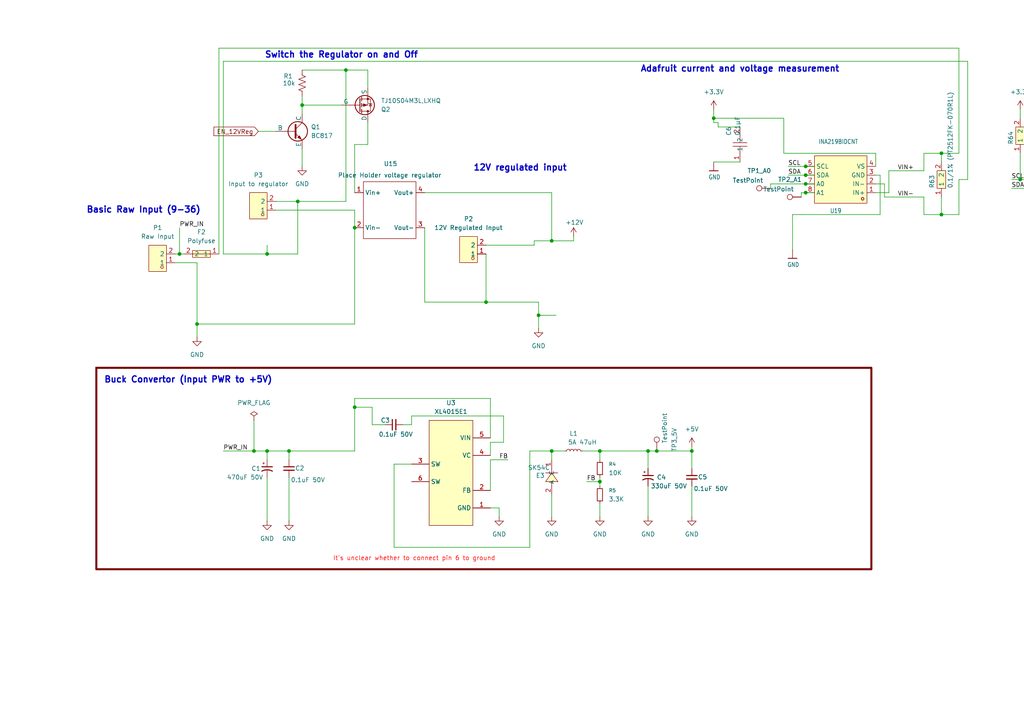
<source format=kicad_sch>
(kicad_sch (version 20250114) (generator "eeschema") (generator_version "9.0")
  (paper "A4")
  (lib_symbols
    (symbol "Adafruit_INA219_CurPowerMonitor-eagle-import:GND" (power)
      (symbol "GND_1_0"
        (polyline (pts (xy -1.27 0) (xy 1.27 0)) (stroke (width 0.254)))
        (pin power_in line (at 0 2.54 270) (length 2.54) (name "GND") (number "1"))
      )
    )
    (symbol "BC817:BC817_NPN_BJT" (pin_numbers (hide yes)) (pin_names (offset 0))
      (property "Reference" "Q" (at -2.54 7.62 0))
      (property "Value" "BC817_NPN_BJT" (at -2.54 5.08 0))
      (symbol "BC817_NPN_BJT_0_1"
        (polyline (pts (xy -2.54 0) (xy 0.635 0)) (stroke (width 0.1524)))
        (polyline (pts (xy 0.635 1.905) (xy 0.635 -1.905) (xy 0.635 -1.905)) (stroke (width 0.508)))
        (polyline (pts (xy 0.635 0.635) (xy 2.54 2.54)))
        (polyline (pts (xy 0.635 -0.635) (xy 2.54 -2.54) (xy 2.54 -2.54)))
        (circle (center 1.27 0) (radius 2.8194) (stroke (width 0.254)))
        (polyline (pts (xy 1.27 -1.778) (xy 1.778 -1.27) (xy 2.286 -2.286) (xy 1.27 -1.778) (xy 1.27 -1.778)) (fill (type outline)))
        (polyline (pts (xy 2.794 -1.27) (xy 2.794 -1.27)) (stroke (width 0.1524)))
        (polyline (pts (xy 2.794 -1.27) (xy 2.794 -1.27)) (stroke (width 0.1524)))
      )
      (symbol "BC817_NPN_BJT_1_1"
        (pin input line (at -5.08 0 0) (length 2.54) (name "B") (number "1"))
        (pin open_collector line (at 2.54 5.08 270) (length 2.54) (name "C") (number "3"))
        (pin open_emitter line (at 2.54 -5.08 90) (length 2.54) (name "E") (number "2"))
      )
    )
    (symbol "Connector:TestPoint" (pin_numbers (hide yes)) (pin_names (offset 0.762) (hide yes))
      (property "Reference" "TP" (at 0 6.858 0))
      (property "Value" "TestPoint" (at 0 5.08 0))
      (symbol "TestPoint_0_1"
        (circle (center 0 3.302) (radius 0.762))
      )
      (symbol "TestPoint_1_1"
        (pin passive line (at 0 0 90) (length 2.54) (name "1") (number "1"))
      )
    )
    (symbol "Device:C_Polarized_Small_US" (pin_numbers (hide yes)) (pin_names (offset 0.254) (hide yes))
      (property "Reference" "C" (at 0.254 1.778 0))
      (property "Value" "C_Polarized_Small_US" (at 0.254 -2.032 0))
      (symbol "C_Polarized_Small_US_0_1"
        (polyline (pts (xy -1.524 0.508) (xy 1.524 0.508)) (stroke (width 0.3048)))
        (polyline (pts (xy -1.27 1.524) (xy -0.762 1.524)))
        (polyline (pts (xy -1.016 1.27) (xy -1.016 1.778)))
        (arc (start -1.524 -0.762) (mid 0 -0.3734) (end 1.524 -0.762) (stroke (width 0.3048)))
      )
      (symbol "C_Polarized_Small_US_1_1"
        (pin passive line (at 0 2.54 270) (length 2.032) (name "~") (number "1"))
        (pin passive line (at 0 -2.54 90) (length 2.032) (name "~") (number "2"))
      )
    )
    (symbol "Device:C_Small" (pin_numbers (hide yes)) (pin_names (offset 0.254) (hide yes))
      (property "Reference" "C" (at 0.254 1.778 0))
      (property "Value" "C_Small" (at 0.254 -2.032 0))
      (symbol "C_Small_0_1"
        (polyline (pts (xy -1.524 0.508) (xy 1.524 0.508)) (stroke (width 0.3048)))
        (polyline (pts (xy -1.524 -0.508) (xy 1.524 -0.508)) (stroke (width 0.3302)))
      )
      (symbol "C_Small_1_1"
        (pin passive line (at 0 2.54 270) (length 2.032) (name "~") (number "1"))
        (pin passive line (at 0 -2.54 90) (length 2.032) (name "~") (number "2"))
      )
    )
    (symbol "Device:L_Small" (pin_numbers (hide yes)) (pin_names (offset 0.254) (hide yes))
      (property "Reference" "L" (at 0.762 1.016 0))
      (property "Value" "L_Small" (at 0.762 -1.016 0))
      (symbol "L_Small_0_1"
        (arc (start 0 2.032) (mid 0.5058 1.524) (end 0 1.016))
        (arc (start 0 1.016) (mid 0.5058 0.508) (end 0 0))
        (arc (start 0 0) (mid 0.5058 -0.508) (end 0 -1.016))
        (arc (start 0 -1.016) (mid 0.5058 -1.524) (end 0 -2.032))
      )
      (symbol "L_Small_1_1"
        (pin passive line (at 0 2.54 270) (length 0.508) (name "~") (number "1"))
        (pin passive line (at 0 -2.54 90) (length 0.508) (name "~") (number "2"))
      )
    )
    (symbol "Device:R_Small" (pin_numbers (hide yes)) (pin_names (offset 0.254) (hide yes))
      (property "Reference" "R" (at 0 0 90))
      (property "Value" "R_Small" (at 1.778 0 90))
      (symbol "R_Small_0_1"
        (rectangle (start -0.762 1.778) (end 0.762 -1.778) (stroke (width 0.2032)))
      )
      (symbol "R_Small_1_1"
        (pin passive line (at 0 2.54 270) (length 0.762) (name "~") (number "1"))
        (pin passive line (at 0 -2.54 90) (length 0.762) (name "~") (number "2"))
      )
    )
    (symbol "Device:R_US" (pin_numbers (hide yes)) (pin_names (offset 0))
      (property "Reference" "R" (at 2.54 0 90))
      (property "Value" "R_US" (at -2.54 0 90))
      (symbol "R_US_0_1"
        (polyline (pts (xy 0 2.286) (xy 0 2.54)))
        (polyline (pts (xy 0 2.286) (xy 1.016 1.905) (xy 0 1.524) (xy -1.016 1.143) (xy 0 0.762)))
        (polyline (pts (xy 0 0.762) (xy 1.016 0.381) (xy 0 0) (xy -1.016 -0.381) (xy 0 -0.762)))
        (polyline (pts (xy 0 -0.762) (xy 1.016 -1.143) (xy 0 -1.524) (xy -1.016 -1.905) (xy 0 -2.286)))
        (polyline (pts (xy 0 -2.286) (xy 0 -2.54)))
      )
      (symbol "R_US_1_1"
        (pin passive line (at 0 3.81 270) (length 1.27) (name "~") (number "1"))
        (pin passive line (at 0 -3.81 90) (length 1.27) (name "~") (number "2"))
      )
    )
    (symbol "New_Library:Buck-Boost"
      (property "Reference" "U" (at 0 0 0))
      (symbol "Buck-Boost_1_1"
        (rectangle (start -7.62 8.255) (end 7.62 -8.255))
        (pin input line (at -10.16 5.08 0) (length 2.54) (name "Vin+") (number "1"))
        (pin input line (at -10.16 -5.08 0) (length 2.54) (name "Vin-") (number "2"))
        (pin output line (at 10.16 5.08 180) (length 2.54) (name "Vout+") (number "4"))
        (pin output line (at 10.16 -5.08 180) (length 2.54) (name "Vout-") (number "3"))
      )
    )
    (symbol "Simulation_SPICE:PMOS" (pin_numbers (hide yes)) (pin_names (offset 0))
      (property "Reference" "Q" (at 5.08 1.27 0))
      (property "Value" "PMOS" (at 5.08 -1.27 0))
      (symbol "PMOS_0_1"
        (polyline (pts (xy 0.254 1.905) (xy 0.254 -1.905)) (stroke (width 0.254)))
        (polyline (pts (xy 0.254 0) (xy -2.54 0)))
        (polyline (pts (xy 0.762 2.286) (xy 0.762 1.27)) (stroke (width 0.254)))
        (polyline (pts (xy 0.762 1.778) (xy 3.302 1.778) (xy 3.302 -1.778) (xy 0.762 -1.778)))
        (polyline (pts (xy 0.762 0.508) (xy 0.762 -0.508)) (stroke (width 0.254)))
        (polyline (pts (xy 0.762 -1.27) (xy 0.762 -2.286)) (stroke (width 0.254)))
        (circle (center 1.651 0) (radius 2.794) (stroke (width 0.254)))
        (polyline (pts (xy 2.286 0) (xy 1.27 0.381) (xy 1.27 -0.381) (xy 2.286 0)) (fill (type outline)))
        (polyline (pts (xy 2.54 2.54) (xy 2.54 1.778)))
        (circle (center 2.54 1.778) (radius 0.254) (fill (type outline)))
        (circle (center 2.54 -1.778) (radius 0.254) (fill (type outline)))
        (polyline (pts (xy 2.54 -2.54) (xy 2.54 0) (xy 0.762 0)))
        (polyline (pts (xy 2.794 -0.508) (xy 2.921 -0.381) (xy 3.683 -0.381) (xy 3.81 -0.254)))
        (polyline (pts (xy 3.302 -0.381) (xy 2.921 0.254) (xy 3.683 0.254) (xy 3.302 -0.381)))
      )
      (symbol "PMOS_1_1"
        (pin input line (at -5.08 0 0) (length 2.54) (name "G") (number "2"))
        (pin passive line (at 2.54 5.08 270) (length 2.54) (name "D") (number "1"))
        (pin passive line (at 2.54 -5.08 90) (length 2.54) (name "S") (number "3"))
      )
    )
    (symbol "easyeda2kicad:0805L010_60WR"
      (property "Reference" "U" (at 0 5.08 0))
      (property "Value" "0805L010/60WR" (at 0 -5.08 0))
      (symbol "0805L010_60WR_0_1"
        (rectangle (start -2.54 1.02) (end 2.54 -1.02) (fill (type background)))
        (polyline (pts (xy -2.54 0) (xy 2.54 0)))
        (pin unspecified line (at -5.08 0 0) (length 2.54) (name "1") (number "1"))
        (pin unspecified line (at 5.08 0 180) (length 2.54) (name "2") (number "2"))
      )
    )
    (symbol "easyeda2kicad:CC0603KRX7R9BB104"
      (property "Reference" "C" (at 0 5.08 0))
      (property "Value" "CC0603KRX7R9BB104" (at 0 -5.08 0))
      (symbol "CC0603KRX7R9BB104_0_1"
        (polyline (pts (xy -0.51 0) (xy -2.54 0)))
        (polyline (pts (xy -0.51 -2.03) (xy -0.51 2.03)))
        (polyline (pts (xy 0.51 2.03) (xy 0.51 -2.03)))
        (polyline (pts (xy 2.54 0) (xy 0.51 0)))
        (pin unspecified line (at -5.08 0 0) (length 2.54) (name "1") (number "1"))
        (pin unspecified line (at 5.08 0 180) (length 2.54) (name "2") (number "2"))
      )
    )
    (symbol "easyeda2kicad:DB142R-5.08-2P"
      (property "Reference" "CN" (at 0 6.35 0))
      (property "Value" "DB142R-5.08-2P" (at 0 -6.35 0))
      (symbol "DB142R-5.08-2P_0_1"
        (rectangle (start -2.54 3.81) (end 2.54 -3.81) (fill (type background)))
        (circle (center -1.27 2.54) (radius 0.38))
        (pin unspecified line (at -5.08 1.27 0) (length 2.54) (name "1") (number "1"))
        (pin unspecified line (at -5.08 -1.27 0) (length 2.54) (name "2") (number "2"))
      )
    )
    (symbol "easyeda2kicad:FRC0603J103TS"
      (property "Reference" "R" (at 0 5.08 0))
      (property "Value" "FRC0603J103TS" (at 0 -5.08 0))
      (symbol "FRC0603J103TS_0_1"
        (rectangle (start -2.54 1.27) (end 2.54 -1.27) (fill (type background)))
        (pin unspecified line (at -5.08 0 0) (length 2.54) (name "1") (number "1"))
        (pin unspecified line (at 5.08 0 180) (length 2.54) (name "2") (number "2"))
      )
    )
    (symbol "easyeda2kicad:INA219AIDCNR"
      (property "Reference" "U" (at 0 8.89 0))
      (property "Value" "INA219AIDCNR" (at 0 -8.89 0))
      (symbol "INA219AIDCNR_0_1"
        (rectangle (start -7.62 6.86) (end 7.62 -6.86) (fill (type background)))
        (circle (center -6.35 5.59) (radius 0.38))
        (circle (center -6.35 5.59) (radius 0.38))
        (pin unspecified line (at -10.16 3.81 0) (length 2.54) (name "IN+") (number "1"))
        (pin unspecified line (at -10.16 1.27 0) (length 2.54) (name "IN-") (number "2"))
        (pin unspecified line (at -10.16 -1.27 0) (length 2.54) (name "GND") (number "3"))
        (pin unspecified line (at -10.16 -3.81 0) (length 2.54) (name "VS") (number "4"))
        (pin unspecified line (at 10.16 3.81 180) (length 2.54) (name "A1") (number "8"))
        (pin unspecified line (at 10.16 1.27 180) (length 2.54) (name "A0") (number "7"))
        (pin unspecified line (at 10.16 -1.27 180) (length 2.54) (name "SDA") (number "6"))
        (pin unspecified line (at 10.16 -3.81 180) (length 2.54) (name "SCL") (number "5"))
      )
    )
    (symbol "easyeda2kicad:PCSR2512BR100M6"
      (property "Reference" "R" (at 0 5.08 0))
      (property "Value" "PCSR2512BR100M6" (at 0 -5.08 0))
      (symbol "PCSR2512BR100M6_0_1"
        (rectangle (start -2.54 1.27) (end 2.54 -1.27) (fill (type background)))
        (pin unspecified line (at -5.08 0 0) (length 2.54) (name "1") (number "1"))
        (pin unspecified line (at 5.08 0 180) (length 2.54) (name "2") (number "2"))
      )
    )
    (symbol "easyeda2kicad:SK54C_C5449119"
      (property "Reference" "U" (at 0 5.08 0))
      (property "Value" "SK54C_C5449119" (at 0 -5.08 0))
      (symbol "SK54C_C5449119_0_1"
        (polyline (pts (xy -1.27 1.78) (xy -1.27 -1.78)))
        (polyline (pts (xy -1.27 0) (xy -2.54 0)))
        (polyline (pts (xy 1.27 1.78) (xy -1.27 0) (xy 1.27 -1.78) (xy 1.27 1.78)) (fill (type background)))
        (polyline (pts (xy 2.54 0) (xy 1.27 0)))
        (pin unspecified line (at -5.08 0 0) (length 2.54) (name "C") (number "1"))
        (pin unspecified line (at 5.08 0 180) (length 2.54) (name "A") (number "2"))
      )
    )
    (symbol "easyeda2kicad:XL4015E1"
      (property "Reference" "U" (at 0 15.24 0))
      (property "Value" "XL4015E1" (at 0 -15.24 0))
      (symbol "XL4015E1_0_1"
        (rectangle (start -6.35 15.24) (end 6.35 -15.24) (fill (type background)))
        (pin unspecified line (at -11.43 2.54 0) (length 5.08) (name "SW") (number "3"))
        (pin unspecified line (at -11.43 -2.54 0) (length 5.08) (name "SW") (number "6"))
        (pin unspecified line (at 11.43 10.16 180) (length 5.08) (name "VIN") (number "5"))
        (pin unspecified line (at 11.43 5.08 180) (length 5.08) (name "VC") (number "4"))
        (pin unspecified line (at 11.43 -5.08 180) (length 5.08) (name "FB") (number "2"))
        (pin unspecified line (at 11.43 -10.16 180) (length 5.08) (name "GND") (number "1"))
      )
    )
    (symbol "power:+12V" (power) (pin_numbers (hide yes)) (pin_names (offset 0) (hide yes))
      (property "Value" "+12V" (at 0 3.556 0))
      (symbol "+12V_0_1"
        (polyline (pts (xy -0.762 1.27) (xy 0 2.54)))
        (polyline (pts (xy 0 2.54) (xy 0.762 1.27)))
        (polyline (pts (xy 0 0) (xy 0 2.54)))
      )
      (symbol "+12V_1_1"
        (pin power_in line (at 0 0 90) (length 0) (name "~") (number "1"))
      )
    )
    (symbol "power:+3.3V" (power) (pin_numbers (hide yes)) (pin_names (offset 0) (hide yes))
      (property "Value" "+3.3V" (at 0 3.556 0))
      (symbol "+3.3V_0_1"
        (polyline (pts (xy -0.762 1.27) (xy 0 2.54)))
        (polyline (pts (xy 0 2.54) (xy 0.762 1.27)))
        (polyline (pts (xy 0 0) (xy 0 2.54)))
      )
      (symbol "+3.3V_1_1"
        (pin power_in line (at 0 0 90) (length 0) (name "~") (number "1"))
      )
    )
    (symbol "power:+5V" (power) (pin_numbers (hide yes)) (pin_names (offset 0) (hide yes))
      (property "Value" "+5V" (at 0 3.556 0))
      (symbol "+5V_0_1"
        (polyline (pts (xy -0.762 1.27) (xy 0 2.54)))
        (polyline (pts (xy 0 2.54) (xy 0.762 1.27)))
        (polyline (pts (xy 0 0) (xy 0 2.54)))
      )
      (symbol "+5V_1_1"
        (pin power_in line (at 0 0 90) (length 0) (name "~") (number "1"))
      )
    )
    (symbol "power:GND" (power) (pin_numbers (hide yes)) (pin_names (offset 0) (hide yes))
      (property "Value" "GND" (at 0 -3.81 0))
      (symbol "GND_0_1"
        (polyline (pts (xy 0 0) (xy 0 -1.27) (xy 1.27 -1.27) (xy 0 -2.54) (xy -1.27 -1.27) (xy 0 -1.27)))
      )
      (symbol "GND_1_1"
        (pin power_in line (at 0 0 270) (length 0) (name "~") (number "1"))
      )
    )
    (symbol "power:PWR_FLAG" (power) (pin_numbers (hide yes)) (pin_names (offset 0) (hide yes))
      (property "Value" "PWR_FLAG" (at 0 3.81 0))
      (symbol "PWR_FLAG_0_0"
        (pin power_out line (at 0 0 90) (length 0) (name "~") (number "1"))
      )
      (symbol "PWR_FLAG_0_1"
        (polyline (pts (xy 0 0) (xy 0 1.27) (xy -1.016 1.905) (xy 0 2.54) (xy 1.016 1.905) (xy 0 1.27)))
      )
    )
  )
  (rectangle (start 27.94 106.68) (end 252.73 165.1) (stroke (width 0.5842) (color 110 0 0 1)))
  (text "Adafruit current and voltage measurement\n" (at 214.63 20.066 0) (effects (font (size 1.778 1.778) (thickness 0.3556) (bold yes))))
  (text "Buck Convertor (Input PWR to +5V)" (at 54.61 110.236 0) (effects (font (size 1.778 1.778) (thickness 0.3556) (bold yes))))
  (text "It's unclear whether to connect pin 6 to ground\n" (at 120.142 162.052 0) (effects (font (size 1.27 1.27))))
  (text "Joel suggested CHange 10k to 4.7kohm\nBUT, that was before i realized the voltage should be 3.3v NOT 5v\nso i am leaving it at 10k\n" (at 343.154 44.196 0) (effects (font (size 1.27 1.27))))
  (text "12V regulated input\n" (at 150.876 48.768 0) (effects (font (size 1.778 1.778) (thickness 0.3556) (bold yes))))
  (text "Switch the Regulator on and Off\n" (at 99.06 16.002 0) (effects (font (size 1.778 1.778) (thickness 0.3556) (bold yes))))
  (text "Basic Raw Input (9-36)" (at 41.656 60.96 0) (effects (font (size 1.778 1.778) (thickness 0.3556) (bold yes))))
  (junction (at 160.02 130.81))
  (junction (at 73.66 130.81))
  (junction (at 100.33 20.32))
  (junction (at 187.96 130.81))
  (junction (at 273.05 62.23))
  (junction (at 303.53 54.61))
  (junction (at 233.68 48.26))
  (junction (at 173.99 139.7))
  (junction (at 156.21 91.44))
  (junction (at 173.99 130.81))
  (junction (at 200.66 130.81))
  (junction (at 77.47 130.81))
  (junction (at 102.87 66.04))
  (junction (at 77.47 73.66))
  (junction (at 160.02 69.85))
  (junction (at 295.91 52.07))
  (junction (at 273.05 44.45))
  (junction (at 190.5 130.81))
  (junction (at 52.07 73.66))
  (junction (at 140.97 87.63))
  (junction (at 102.87 118.11))
  (junction (at 233.68 53.34))
  (junction (at 87.63 30.48))
  (junction (at 207.01 34.29))
  (junction (at 233.68 50.8))
  (junction (at 86.36 58.42))
  (junction (at 83.82 130.81))
  (junction (at 233.68 55.88))
  (junction (at 57.15 93.98))
  (wire (pts (xy 102.87 115.57) (xy 102.87 118.11)))
  (wire (pts (xy 123.19 87.63) (xy 140.97 87.63)))
  (wire (pts (xy 50.8 73.66) (xy 52.07 73.66)))
  (wire (pts (xy 64.77 130.81) (xy 73.66 130.81)))
  (wire (pts (xy 255.27 50.8) (xy 255.27 62.23)))
  (wire (pts (xy 142.24 142.24) (xy 142.24 133.35)))
  (wire (pts (xy 207.01 31.75) (xy 207.01 34.29)) (stroke (width 0.1524)))
  (wire (pts (xy 106.68 20.32) (xy 106.68 25.4)))
  (wire (pts (xy 160.02 69.85) (xy 154.94 69.85)))
  (wire (pts (xy 142.24 132.08) (xy 142.24 128.27)))
  (wire (pts (xy 254 50.8) (xy 255.27 50.8)))
  (wire (pts (xy 111.76 123.19) (xy 107.95 123.19)))
  (wire (pts (xy 123.19 55.88) (xy 160.02 55.88)))
  (wire (pts (xy 267.97 49.53) (xy 267.97 44.45)) (stroke (width 0.1524)))
  (wire (pts (xy 102.87 66.04) (xy 102.87 93.98)))
  (wire (pts (xy 232.41 57.15) (xy 232.41 55.88)) (stroke (width 0.1524)))
  (wire (pts (xy 200.66 135.89) (xy 200.66 130.81)))
  (wire (pts (xy 80.01 58.42) (xy 86.36 58.42)))
  (wire (pts (xy 74.93 38.1) (xy 80.01 38.1)))
  (wire (pts (xy 303.53 54.61) (xy 293.37 54.61)) (stroke (width 0.1524)))
  (wire (pts (xy 187.96 140.97) (xy 187.96 149.86)))
  (wire (pts (xy 207.01 34.29) (xy 207.01 35.56)) (stroke (width 0.1524)))
  (wire (pts (xy 232.41 44.45) (xy 227.33 44.45)) (stroke (width 0.1524)))
  (wire (pts (xy 106.68 41.91) (xy 106.68 35.56)))
  (wire (pts (xy 52.07 66.04) (xy 52.07 73.66)))
  (wire (pts (xy 254 55.88) (xy 257.81 55.88)) (stroke (width 0.1524)))
  (wire (pts (xy 278.13 13.97) (xy 63.5 13.97)) (stroke (width 0.1524)))
  (wire (pts (xy 318.77 52.07) (xy 295.91 52.07)) (stroke (width 0.1524)))
  (wire (pts (xy 102.87 118.11) (xy 102.87 130.81)))
  (wire (pts (xy 87.63 30.48) (xy 87.63 33.02)))
  (wire (pts (xy 154.94 69.85) (xy 154.94 71.12)))
  (wire (pts (xy 123.19 66.04) (xy 123.19 87.63)))
  (wire (pts (xy 273.05 44.45) (xy 273.05 46.99)) (stroke (width 0.1524)))
  (wire (pts (xy 173.99 139.7) (xy 173.99 140.97)))
  (wire (pts (xy 267.97 44.45) (xy 273.05 44.45)) (stroke (width 0.1524)))
  (wire (pts (xy 100.33 20.32) (xy 106.68 20.32)))
  (wire (pts (xy 254 53.34) (xy 256.54 53.34)) (stroke (width 0.1524)))
  (wire (pts (xy 116.84 123.19) (xy 119.38 123.19)))
  (wire (pts (xy 73.66 121.92) (xy 73.66 130.81)))
  (wire (pts (xy 256.54 57.15) (xy 256.54 53.34)) (stroke (width 0.1524)))
  (wire (pts (xy 140.97 87.63) (xy 156.21 87.63)))
  (wire (pts (xy 87.63 20.32) (xy 100.33 20.32)))
  (wire (pts (xy 278.13 13.97) (xy 278.13 44.45)) (stroke (width 0.1524)))
  (wire (pts (xy 64.77 17.78) (xy 280.67 17.78)))
  (wire (pts (xy 273.05 62.23) (xy 278.13 62.23)) (stroke (width 0.1524)))
  (wire (pts (xy 173.99 138.43) (xy 173.99 139.7)))
  (wire (pts (xy 140.97 71.12) (xy 154.94 71.12)))
  (wire (pts (xy 200.66 140.97) (xy 200.66 149.86)))
  (wire (pts (xy 267.97 57.15) (xy 267.97 62.23)) (stroke (width 0.1524)))
  (wire (pts (xy 87.63 27.94) (xy 87.63 30.48)))
  (wire (pts (xy 256.54 57.15) (xy 267.97 57.15)) (stroke (width 0.1524)))
  (wire (pts (xy 119.38 120.65) (xy 119.38 123.19)))
  (wire (pts (xy 144.78 147.32) (xy 144.78 149.86)))
  (wire (pts (xy 236.22 48.26) (xy 233.68 48.26)) (stroke (width 0.1524)))
  (wire (pts (xy 77.47 130.81) (xy 83.82 130.81)))
  (wire (pts (xy 64.77 73.66) (xy 64.77 17.78)))
  (wire (pts (xy 254 48.26) (xy 254 44.45)))
  (wire (pts (xy 102.87 60.96) (xy 102.87 66.04)))
  (wire (pts (xy 142.24 147.32) (xy 144.78 147.32)))
  (wire (pts (xy 142.24 127) (xy 142.24 115.57)))
  (wire (pts (xy 236.22 50.8) (xy 233.68 50.8)) (stroke (width 0.1524)))
  (wire (pts (xy 303.53 44.45) (xy 303.53 54.61)) (stroke (width 0.1524)))
  (wire (pts (xy 156.21 91.44) (xy 161.29 91.44)))
  (wire (pts (xy 80.01 60.96) (xy 102.87 60.96)))
  (wire (pts (xy 86.36 73.66) (xy 86.36 58.42)))
  (wire (pts (xy 50.8 76.2) (xy 57.15 76.2)))
  (wire (pts (xy 73.66 130.81) (xy 77.47 130.81)))
  (wire (pts (xy 77.47 138.43) (xy 77.47 151.13)))
  (wire (pts (xy 114.3 134.62) (xy 114.3 158.75)))
  (wire (pts (xy 107.95 118.11) (xy 107.95 123.19)))
  (wire (pts (xy 257.81 49.53) (xy 267.97 49.53)) (stroke (width 0.1524)))
  (wire (pts (xy 166.37 69.85) (xy 160.02 69.85)))
  (wire (pts (xy 160.02 130.81) (xy 163.83 130.81)))
  (wire (pts (xy 173.99 130.81) (xy 173.99 133.35)))
  (wire (pts (xy 160.02 55.88) (xy 160.02 69.85)))
  (wire (pts (xy 173.99 149.86) (xy 173.99 146.05)))
  (wire (pts (xy 57.15 76.2) (xy 57.15 93.98)))
  (wire (pts (xy 160.02 130.81) (xy 160.02 133.35)))
  (wire (pts (xy 254 44.45) (xy 232.41 44.45)))
  (wire (pts (xy 227.33 34.29) (xy 207.01 34.29)) (stroke (width 0.1524)))
  (wire (pts (xy 295.91 31.75) (xy 295.91 34.29)) (stroke (width 0.1524)))
  (wire (pts (xy 278.13 62.23) (xy 278.13 52.07)) (stroke (width 0.1524)))
  (wire (pts (xy 153.67 130.81) (xy 160.02 130.81)))
  (wire (pts (xy 233.68 48.26) (xy 228.6 48.26)) (stroke (width 0.1524)))
  (wire (pts (xy 303.53 31.75) (xy 303.53 34.29)) (stroke (width 0.1524)))
  (wire (pts (xy 227.33 44.45) (xy 227.33 34.29)) (stroke (width 0.1524)))
  (wire (pts (xy 86.36 58.42) (xy 100.33 58.42)))
  (wire (pts (xy 318.77 54.61) (xy 303.53 54.61)) (stroke (width 0.1524)))
  (wire (pts (xy 232.41 55.88) (xy 233.68 55.88)) (stroke (width 0.1524)))
  (wire (pts (xy 156.21 87.63) (xy 156.21 91.44)))
  (wire (pts (xy 102.87 93.98) (xy 57.15 93.98)))
  (wire (pts (xy 87.63 43.18) (xy 87.63 48.26)))
  (wire (pts (xy 223.52 53.34) (xy 233.68 53.34)) (stroke (width 0.1524)))
  (wire (pts (xy 190.5 130.81) (xy 200.66 130.81)))
  (wire (pts (xy 119.38 134.62) (xy 114.3 134.62)))
  (wire (pts (xy 142.24 133.35) (xy 147.32 133.35)))
  (wire (pts (xy 57.15 93.98) (xy 57.15 97.79)))
  (wire (pts (xy 280.67 52.07) (xy 278.13 52.07)))
  (wire (pts (xy 257.81 49.53) (xy 257.81 55.88)) (stroke (width 0.1524)))
  (wire (pts (xy 77.47 71.12) (xy 77.47 73.66)))
  (wire (pts (xy 280.67 17.78) (xy 280.67 52.07)))
  (wire (pts (xy 295.91 44.45) (xy 295.91 52.07)) (stroke (width 0.1524)))
  (wire (pts (xy 233.68 55.88) (xy 236.22 55.88)) (stroke (width 0.1524)))
  (wire (pts (xy 214.63 46.99) (xy 207.01 46.99)))
  (wire (pts (xy 156.21 91.44) (xy 156.21 95.25)))
  (wire (pts (xy 200.66 129.54) (xy 200.66 130.81)))
  (wire (pts (xy 102.87 118.11) (xy 107.95 118.11)))
  (wire (pts (xy 114.3 158.75) (xy 153.67 158.75)))
  (wire (pts (xy 106.68 41.91) (xy 102.87 41.91)))
  (wire (pts (xy 273.05 62.23) (xy 273.05 57.15)) (stroke (width 0.1524)))
  (wire (pts (xy 63.5 13.97) (xy 63.5 73.66)) (stroke (width 0.1524)))
  (wire (pts (xy 100.33 20.32) (xy 100.33 58.42)))
  (wire (pts (xy 208.28 35.56) (xy 207.01 35.56)))
  (wire (pts (xy 83.82 130.81) (xy 102.87 130.81)))
  (wire (pts (xy 142.24 128.27) (xy 146.05 128.27)))
  (wire (pts (xy 295.91 52.07) (xy 293.37 52.07)) (stroke (width 0.1524)))
  (wire (pts (xy 83.82 138.43) (xy 83.82 151.13)))
  (wire (pts (xy 278.13 44.45) (xy 273.05 44.45)) (stroke (width 0.1524)))
  (wire (pts (xy 77.47 73.66) (xy 64.77 73.66)))
  (wire (pts (xy 214.63 36.83) (xy 208.28 36.83)))
  (wire (pts (xy 87.63 30.48) (xy 99.06 30.48)))
  (wire (pts (xy 153.67 158.75) (xy 153.67 130.81)))
  (wire (pts (xy 233.68 50.8) (xy 228.6 50.8)) (stroke (width 0.1524)))
  (wire (pts (xy 232.41 62.23) (xy 255.27 62.23)))
  (wire (pts (xy 146.05 120.65) (xy 119.38 120.65)))
  (wire (pts (xy 77.47 73.66) (xy 86.36 73.66)))
  (wire (pts (xy 160.02 143.51) (xy 160.02 149.86)))
  (wire (pts (xy 223.52 54.61) (xy 223.52 53.34)) (stroke (width 0.1524)))
  (wire (pts (xy 267.97 62.23) (xy 273.05 62.23)) (stroke (width 0.1524)))
  (wire (pts (xy 229.87 62.23) (xy 229.87 72.39)) (stroke (width 0.1524)))
  (wire (pts (xy 77.47 130.81) (xy 77.47 133.35)))
  (wire (pts (xy 232.41 62.23) (xy 229.87 62.23)) (stroke (width 0.1524)))
  (wire (pts (xy 102.87 41.91) (xy 102.87 55.88)))
  (wire (pts (xy 142.24 115.57) (xy 102.87 115.57)))
  (wire (pts (xy 170.18 139.7) (xy 173.99 139.7)))
  (wire (pts (xy 140.97 73.66) (xy 140.97 87.63)))
  (wire (pts (xy 166.37 68.58) (xy 166.37 69.85)))
  (wire (pts (xy 168.91 130.81) (xy 173.99 130.81)))
  (wire (pts (xy 187.96 135.89) (xy 187.96 130.81)))
  (wire (pts (xy 187.96 130.81) (xy 190.5 130.81)))
  (wire (pts (xy 173.99 130.81) (xy 187.96 130.81)))
  (wire (pts (xy 233.68 53.34) (xy 236.22 53.34)) (stroke (width 0.1524)))
  (wire (pts (xy 208.28 36.83) (xy 208.28 35.56)))
  (wire (pts (xy 52.07 73.66) (xy 53.34 73.66)))
  (wire (pts (xy 146.05 128.27) (xy 146.05 120.65)))
  (wire (pts (xy 83.82 130.81) (xy 83.82 133.35)))
  (label "FB" (at 170.18 139.7 0))
  (label "VIN+" (at 260.35 49.53 0) (effects (font (size 1.2446 1.2446))))
  (label "VIN-" (at 260.35 57.15 0) (effects (font (size 1.2446 1.2446))))
  (label "PWR_IN" (at 64.77 130.81 0))
  (label "SCL" (at 228.6 48.26 0) (effects (font (size 1.2446 1.2446))))
  (label "SDA" (at 293.37 54.61 0) (effects (font (size 1.2446 1.2446))))
  (label "SCL" (at 293.37 52.07 0) (effects (font (size 1.2446 1.2446))))
  (label "FB" (at 144.78 133.35 0))
  (label "SDA" (at 228.6 50.8 0) (effects (font (size 1.2446 1.2446))))
  (label "PWR_IN" (at 52.07 66.04 0))
  (global_label "SCL" (shape input) (at 318.77 52.07 0) (property "Intersheetrefs" "${INTERSHEET_REFS}" (effects (hide yes))))
  (global_label "SDA" (shape input) (at 318.77 54.61 0) (property "Intersheetrefs" "${INTERSHEET_REFS}" (effects (hide yes))))
  (global_label "EN_12VReg" (shape input) (at 74.93 38.1 180) (property "Intersheetrefs" "${INTERSHEET_REFS}" (effects (hide yes))))
  (symbol (lib_id "power:GND") (at 156.21 95.25 0) (unit 1)
    (property "Reference" "#PWR01" (effects (hide yes)))
    (property "Value" "GND" (at 156.21 100.33 0))
    (property "Description" "Power symbol creates a global label with name \"GND\" , ground" (effects (hide yes)))
  )
  (symbol (lib_id "BC817:BC817_NPN_BJT") (at 85.09 38.1 0) (unit 1)
    (property "Reference" "Q1" (at 90.17 36.8299 0) (effects (justify left)))
    (property "Value" "BC817" (at 90.17 39.3699 0) (effects (justify left)))
    (property "Footprint" "Package_TO_SOT_SMD:SOT-23" (effects (hide yes)))
    (property "Datasheet" "https://ngspice.sourceforge.io/docs/ngspice-html-manual/manual.xhtml#cha_BJTs" (effects (hide yes)))
    (property "Description" "Bipolar transistor symbol for simulation only, substrate tied to the emitter" (effects (hide yes)))
    (property "Sim.Device" "NPN" (effects (hide yes)))
    (property "Sim.Type" "GUMMELPOON" (effects (hide yes)))
    (property "Sim.Pins" "1=C 2=B 3=E" (effects (hide yes)))
    (property "LCSC Part no " "C39828" (effects (hide yes)))
  )
  (symbol (lib_id "easyeda2kicad:PCSR2512BR100M6") (at 273.05 52.07 90) (unit 1)
    (property "Reference" "R63" (at 271.018 54.61 0) (effects (justify left bottom)))
    (property "Value" "0.1/1% (PT2512FK-070R1L)" (at 276.352 54.61 0) (effects (justify left bottom)))
    (property "Footprint" "easyeda2kicad:R2512" (effects (hide yes)))
    (property "LCSC Part" "C23067426" (effects (hide yes)))
  )
  (symbol (lib_id "easyeda2kicad:DB142R-5.08-2P") (at 135.89 72.39 180) (unit 1)
    (property "Reference" "P2" (at 135.89 63.5 0))
    (property "Value" "12V Regulated Input" (at 135.89 66.04 0))
    (property "Footprint" "easyeda2kicad:CONN-TH_2P-P5.08_DIBO_DB142R-5.08-2P" (effects (hide yes)))
    (property "Datasheet" "https://lcsc.com/product-detail/Wire-To-Board-Wire-To-Wire-Connector_DIBO-DB301V-3-5-2P-GN_C695629.html" (effects (hide yes)))
    (property "LCSC Part" "C2898709" (effects (hide yes)))
  )
  (symbol (lib_id "easyeda2kicad:DB142R-5.08-2P") (at 74.93 59.69 180) (unit 1)
    (property "Reference" "P3" (at 74.93 50.8 0))
    (property "Value" "Input to regulator" (at 74.93 53.34 0))
    (property "Footprint" "easyeda2kicad:CONN-TH_2P-P5.08_DIBO_DB142R-5.08-2P" (effects (hide yes)))
    (property "Datasheet" "https://lcsc.com/product-detail/Wire-To-Board-Wire-To-Wire-Connector_DIBO-DB301V-3-5-2P-GN_C695629.html" (effects (hide yes)))
    (property "LCSC Part" "C2898709" (effects (hide yes)))
  )
  (symbol (lib_id "easyeda2kicad:SK54C_C5449119") (at 160.02 138.43 270) (unit 1)
    (property "Reference" "E3" (at 157.988 137.922 90) (effects (justify right)))
    (property "Value" "SK54C" (at 159.512 135.636 90) (effects (justify right)))
    (property "Footprint" "easyeda2kicad:SMC_L6.9-W5.9-LS8.0-RD" (effects (hide yes)))
    (property "Description" "Independent Type 5A 550mV@5A 40V SMC Diodes - General Purpose ROHS" (effects (hide yes)))
    (property "MF" "Taiwan Semiconductor" (effects (hide yes)))
    (property "MAXIMUM_PACKAGE_HEIGHT" "2.65mm" (effects (hide yes)))
    (property "Package" "DO-214AB-2 Taiwan Semiconductor" (effects (hide yes)))
    (property "Price" "None" (effects (hide yes)))
    (property "Check_prices" "https://www.snapeda.com/parts/SK54C/taiwan/view-part/?ref=eda" (effects (hide yes)))
    (property "STANDARD" "Manufacturer Recommendations" (effects (hide yes)))
    (property "PARTREV" "S2311" (effects (hide yes)))
    (property "SnapEDA_Link" "https://www.snapeda.com/parts/SK54C/taiwan/view-part/?ref=snap" (effects (hide yes)))
    (property "MP" "SK54C" (effects (hide yes)))
    (property "Description_1" "5A, 40V, Schottky Rectifier" (effects (hide yes)))
    (property "Availability" "In Stock" (effects (hide yes)))
    (property "MANUFACTURER" "Taiwan Semiconductor" (effects (hide yes)))
    (property "LCSC Part no " "C5449119" (effects (hide yes)))
    (property "LCSC Part" "C5449119" (effects (hide yes)))
  )
  (symbol (lib_id "easyeda2kicad:XL4015E1") (at 130.81 137.16 0) (unit 1)
    (property "Reference" "U3" (at 130.81 116.84 0))
    (property "Value" "XL4015E1" (at 130.81 119.38 0))
    (property "Footprint" "easyeda2kicad:TO-263-5_L10.2-W8.9-P1.70-TL" (effects (hide yes)))
    (property "Datasheet" "https://lcsc.com/product-detail/DC-DC-Converters_XL4015E1_C51661.html" (effects (hide yes)))
    (property "MF" "XLSEMI" (effects (hide yes)))
    (property "MAXIMUM_PACKAGE_HEIGHT" "4.77mm" (effects (hide yes)))
    (property "Package" "None" (effects (hide yes)))
    (property "Price" "None" (effects (hide yes)))
    (property "Check_prices" "https://www.snapeda.com/parts/XL4015/XLSEMI/view-part/?ref=eda" (effects (hide yes)))
    (property "STANDARD" "Manufacturer Recommendations" (effects (hide yes)))
    (property "PARTREV" "1.5" (effects (hide yes)))
    (property "SnapEDA_Link" "https://www.snapeda.com/parts/XL4015/XLSEMI/view-part/?ref=snap" (effects (hide yes)))
    (property "MP" "XL4015" (effects (hide yes)))
    (property "Description_1" "5A 180KHz 36V Buck DC to DC Converter" (effects (hide yes)))
    (property "Availability" "Not in stock" (effects (hide yes)))
    (property "MANUFACTURER" "XLSEMI" (effects (hide yes)))
    (property "LCSC Part no " "C51661" (effects (hide yes)))
    (property "LCSC Part" "C51661" (effects (hide yes)))
  )
  (symbol (lib_id "power:+12V") (at 166.37 68.58 0) (unit 1)
    (property "Reference" "#PWR03" (effects (hide yes)))
    (property "Value" "+12V" (at 166.624 64.516 0))
    (property "Description" "Power symbol creates a global label with name \"+12V\"" (effects (hide yes)))
  )
  (symbol (lib_id "easyeda2kicad:CC0603KRX7R9BB104") (at 214.63 41.91 90) (unit 1)
    (property "Reference" "C6" (at 212.09 39.37 0) (effects (justify left bottom)))
    (property "Value" "0.1µF" (at 214.63 39.37 0) (effects (justify left bottom)))
    (property "Footprint" "easyeda2kicad:C0603" (effects (hide yes)))
    (property "Datasheet" "https://lcsc.com/product-detail/Multilayer-Ceramic-Capacitors-MLCC-SMD-SMT_100nF-104-10-50V_C14663.html" (effects (hide yes)))
    (property "LCSC Part" "C14663" (effects (hide yes)))
  )
  (symbol (lib_id "Connector:TestPoint") (at 232.41 57.15 90) (unit 1)
    (property "Reference" "TP2_A1" (at 229.108 52.07 90))
    (property "Value" "TestPoint" (at 225.806 54.864 90))
    (property "Footprint" "TestPoint:TestPoint_THTPad_D1.0mm_Drill0.5mm" (effects (hide yes)))
    (property "Description" "test point" (effects (hide yes)))
  )
  (symbol (lib_id "Connector:TestPoint") (at 223.52 54.61 90) (unit 1)
    (property "Reference" "TP1_A0" (at 220.218 49.53 90))
    (property "Value" "TestPoint" (at 216.916 52.324 90))
    (property "Footprint" "TestPoint:TestPoint_THTPad_D1.0mm_Drill0.5mm" (effects (hide yes)))
    (property "Description" "test point" (effects (hide yes)))
  )
  (symbol (lib_id "power:GND") (at 200.66 149.86 0) (unit 1)
    (property "Reference" "#PWR017" (effects (hide yes)))
    (property "Value" "GND" (at 200.66 154.94 0))
    (property "Description" "Power symbol creates a global label with name \"GND\" , ground" (effects (hide yes)))
  )
  (symbol (lib_id "Device:C_Small") (at 200.66 138.43 0) (unit 1)
    (property "Reference" "C5" (at 202.4341 138.3495 0) (effects (justify left)))
    (property "Value" "0.1uF 50V" (at 201.168 141.732 0) (effects (justify left)))
    (property "Footprint" "Capacitor_SMD:C_0805_2012Metric_Pad1.18x1.45mm_HandSolder" (effects (hide yes)))
    (property "Description" "50V 0.1uF X7R ±10% 0805 Multilayer Ceramic Capacitors MLCC - SMD/SMT ROHS" (effects (hide yes)))
    (property "LCSC Part no " "C3011704" (effects (hide yes)))
  )
  (symbol (lib_id "Adafruit_INA219_CurPowerMonitor-eagle-import:GND") (at 229.87 74.93 0) (unit 1)
    (property "Reference" "#U$4" (effects (hide yes)))
    (property "Value" "GND" (at 228.346 77.47 0) (effects (font (size 1.27 1.0795)) (justify left bottom)))
  )
  (symbol (lib_id "Device:L_Small") (at 166.37 130.81 90) (unit 1)
    (property "Reference" "L1" (at 166.37 125.73 90))
    (property "Value" "5A 47uH" (at 168.91 128.27 90))
    (property "Footprint" "Inductor_SMD:L_Chilisin_BMRG00131360" (effects (hide yes)))
    (property "Description" "5A 47uH Integrated molded inductor ±20% SMD,13.8x12.6x6.5mm Power Inductors ROHS" (effects (hide yes)))
    (property "LCSC Part no " "C497913" (effects (hide yes)))
  )
  (symbol (lib_id "power:+3.3V") (at 295.91 31.75 0) (unit 1)
    (property "Reference" "#PWR08" (effects (hide yes)))
    (property "Value" "+3.3V" (at 295.91 26.67 0))
    (property "Description" "Power symbol creates a global label with name \"+3.3V\"" (effects (hide yes)))
  )
  (symbol (lib_id "Device:C_Small") (at 114.3 123.19 90) (unit 1)
    (property "Reference" "C3" (at 111.76 121.92 90))
    (property "Value" "0.1uF 50V" (at 114.808 125.984 90))
    (property "Footprint" "Capacitor_SMD:C_0805_2012Metric_Pad1.18x1.45mm_HandSolder" (effects (hide yes)))
    (property "Description" "50V 0.1uF X7R ±10% 0805 Multilayer Ceramic Capacitors MLCC - SMD/SMT ROHS" (effects (hide yes)))
    (property "LCSC Part no " "C3011704" (effects (hide yes)))
  )
  (symbol (lib_id "power:GND") (at 83.82 151.13 0) (unit 1)
    (property "Reference" "#PWR06" (effects (hide yes)))
    (property "Value" "GND" (at 83.82 156.21 0))
    (property "Description" "Power symbol creates a global label with name \"GND\" , ground" (effects (hide yes)))
  )
  (symbol (lib_id "power:GND") (at 187.96 149.86 0) (unit 1)
    (property "Reference" "#PWR014" (effects (hide yes)))
    (property "Value" "GND" (at 187.96 154.94 0))
    (property "Description" "Power symbol creates a global label with name \"GND\" , ground" (effects (hide yes)))
  )
  (symbol (lib_id "Device:R_Small") (at 173.99 143.51 0) (unit 1)
    (property "Reference" "R5" (at 176.53 142.2399 0) (effects (font (size 1.016 1.016)) (justify left)))
    (property "Value" "3.3K" (at 176.53 144.7799 0) (effects (justify left)))
    (property "Footprint" "Capacitor_SMD:C_0805_2012Metric_Pad1.18x1.45mm_HandSolder" (effects (hide yes)))
    (property "Description" "Resistor, small symbol" (effects (hide yes)))
    (property "LCSC Part no " "C114531" (effects (hide yes)))
  )
  (symbol (lib_id "easyeda2kicad:DB142R-5.08-2P") (at 45.72 74.93 180) (unit 1)
    (property "Reference" "P1" (at 45.72 66.04 0))
    (property "Value" "Raw Input" (at 45.72 68.58 0))
    (property "Footprint" "easyeda2kicad:CONN-TH_2P-P5.08_DIBO_DB142R-5.08-2P" (effects (hide yes)))
    (property "Datasheet" "https://lcsc.com/product-detail/Wire-To-Board-Wire-To-Wire-Connector_DIBO-DB301V-3-5-2P-GN_C695629.html" (effects (hide yes)))
    (property "LCSC Part" "C2898709" (effects (hide yes)))
  )
  (symbol (lib_id "power:GND") (at 77.47 151.13 0) (unit 1)
    (property "Reference" "#PWR04" (effects (hide yes)))
    (property "Value" "GND" (at 77.47 156.21 0))
    (property "Description" "Power symbol creates a global label with name \"GND\" , ground" (effects (hide yes)))
  )
  (symbol (lib_id "power:GND") (at 144.78 149.86 0) (unit 1)
    (property "Reference" "#PWR09" (effects (hide yes)))
    (property "Value" "GND" (at 144.78 154.94 0))
    (property "Description" "Power symbol creates a global label with name \"GND\" , ground" (effects (hide yes)))
  )
  (symbol (lib_id "Connector:TestPoint") (at 190.5 130.81 0) (unit 1)
    (property "Reference" "TP3_5V" (at 195.58 127.508 90))
    (property "Value" "TestPoint" (at 192.786 124.206 90))
    (property "Footprint" "TestPoint:TestPoint_THTPad_D1.0mm_Drill0.5mm" (effects (hide yes)))
    (property "Description" "test point" (effects (hide yes)))
  )
  (symbol (lib_id "Device:R_Small") (at 173.99 135.89 0) (unit 1)
    (property "Reference" "R4" (at 176.53 134.6199 0) (effects (font (size 1.016 1.016)) (justify left)))
    (property "Value" "10K" (at 176.53 137.1599 0) (effects (justify left)))
    (property "Footprint" "Capacitor_SMD:C_0805_2012Metric_Pad1.18x1.45mm_HandSolder" (effects (hide yes)))
    (property "Description" "Resistor, small symbol" (effects (hide yes)))
    (property "LCSC Part no " "C84376" (effects (hide yes)))
  )
  (symbol (lib_id "Adafruit_INA219_CurPowerMonitor-eagle-import:GND") (at 207.01 49.53 0) (unit 1)
    (property "Reference" "#U$5" (effects (hide yes)))
    (property "Value" "GND" (at 205.486 52.07 0) (effects (font (size 1.27 1.0795)) (justify left bottom)))
  )
  (symbol (lib_id "easyeda2kicad:FRC0603J103TS") (at 295.91 39.37 90) (unit 1)
    (property "Reference" "R64" (at 293.878 41.91 0) (effects (justify left bottom)))
    (property "Value" "10k" (at 299.085 41.91 0) (effects (justify left bottom)))
    (property "Footprint" "easyeda2kicad:R0603" (effects (hide yes)))
    (property "LCSC Part" "C2930027" (effects (hide yes)))
  )
  (symbol (lib_id "Device:C_Polarized_Small_US") (at 77.47 135.89 0) (unit 1)
    (property "Reference" "C1" (at 72.898 135.89 0) (effects (justify left)))
    (property "Value" "470uF 50V" (at 65.786 138.43 0) (effects (justify left)))
    (property "Footprint" "Capacitor_SMD:CP_Elec_10x12.5" (effects (hide yes)))
    (property "Description" "470uF 50V 530mA@120Hz ±20% SMD,D12.5xL13.5mm Aluminum Electrolytic Capacitors - SMD ROHS" (effects (hide yes)))
    (property "LCSC Part no " "C90272" (effects (hide yes)))
  )
  (symbol (lib_id "Device:R_US") (at 87.63 24.13 180) (unit 1)
    (property "Reference" "R1" (at 83.566 22.098 0))
    (property "Value" "10k" (at 83.82 24.13 0))
    (property "Footprint" "Resistor_SMD:R_0805_2012Metric" (effects (hide yes)))
    (property "Description" "125mW Thick Film Resistors 150V ±100ppm/℃ ±1% 10kΩ 0805 Chip Resistor - Surface Mount ROHS" (effects (hide yes)))
    (property "LCSC Part no " "C84376" (effects (hide yes)))
  )
  (symbol (lib_id "New_Library:Buck-Boost") (at 113.03 60.96 0) (unit 1) (in_bom no) (on_board no)
    (property "Reference" "U15" (at 113.284 47.498 0))
    (property "Value" "Place Holder voltage regulator" (at 113.03 50.8 0))
  )
  (symbol (lib_id "power:GND") (at 173.99 149.86 0) (unit 1)
    (property "Reference" "#PWR012" (effects (hide yes)))
    (property "Value" "GND" (at 173.99 154.94 0))
    (property "Description" "Power symbol creates a global label with name \"GND\" , ground" (effects (hide yes)))
  )
  (symbol (lib_id "power:GND") (at 57.15 97.79 0) (unit 1)
    (property "Reference" "#PWR07" (effects (hide yes)))
    (property "Value" "GND" (at 57.15 102.87 0))
    (property "Description" "Power symbol creates a global label with name \"GND\" , ground" (effects (hide yes)))
  )
  (symbol (lib_id "power:+5V") (at 200.66 129.54 0) (unit 1)
    (property "Reference" "#PWR016" (effects (hide yes)))
    (property "Value" "+5V" (at 200.66 124.46 0))
    (property "Description" "Power symbol creates a global label with name \"+5V\"" (effects (hide yes)))
  )
  (symbol (lib_id "power:GND") (at 160.02 149.86 0) (unit 1)
    (property "Reference" "#PWR010" (effects (hide yes)))
    (property "Value" "GND" (at 160.02 154.94 0))
    (property "Description" "Power symbol creates a global label with name \"GND\" , ground" (effects (hide yes)))
  )
  (symbol (lib_id "power:PWR_FLAG") (at 73.66 121.92 0) (unit 1)
    (property "Reference" "#FLG02" (effects (hide yes)))
    (property "Value" "PWR_FLAG" (at 73.66 116.84 0))
    (property "Description" "Special symbol for telling ERC where power comes from" (effects (hide yes)))
  )
  (symbol (lib_id "easyeda2kicad:INA219AIDCNR") (at 243.84 52.07 180) (unit 1)
    (property "Reference" "U19" (at 244.094 60.452 0) (effects (font (size 1.27 1.0795)) (justify left bottom)))
    (property "Value" "INA219BIDCNT" (at 248.92 40.386 0) (effects (font (size 1.27 1.0795)) (justify left bottom)))
    (property "Footprint" "easyeda2kicad:SOT-23-8_L3.0-W1.7-P0.65-LS2.8-BR" (effects (hide yes)))
    (property "Datasheet" "https://lcsc.com/product-detail/PMIC-Current-Power-Monitors-Regulators_TI_INA219AIDCNR_INA219AIDCNR_C87469.html" (effects (hide yes)))
    (property "LCSC Part" "C87469" (effects (hide yes)))
  )
  (symbol (lib_id "Simulation_SPICE:PMOS") (at 104.14 30.48 0) (mirror x) (unit 1)
    (property "Reference" "Q2" (at 110.49 31.7501 0) (effects (justify left)))
    (property "Value" "TJ10S04M3L,LXHQ" (at 110.49 29.2101 0) (effects (justify left)))
    (property "Footprint" "Package_TO_SOT_SMD:TO-252-2" (effects (hide yes)))
    (property "Datasheet" "https://ngspice.sourceforge.io/docs/ngspice-html-manual/manual.xhtml#cha_MOSFETs" (effects (hide yes)))
    (property "Description" "P-Channel 40 V 10A (Ta) 27W (Tc) Surface Mount DPAK+" (effects (hide yes)))
    (property "Sim.Device" "PMOS" (effects (hide yes)))
    (property "Sim.Type" "VDMOS" (effects (hide yes)))
    (property "Sim.Pins" "1=D 2=G 3=S" (effects (hide yes)))
    (property "LCSC Part no " "C41355200" (effects (hide yes)))
    (property "Digikey Part No" "TJ10S04M3L,LXHQ" (effects (hide yes)))
  )
  (symbol (lib_id "power:+3.3V") (at 207.01 31.75 0) (unit 1)
    (property "Reference" "#PWR025" (effects (hide yes)))
    (property "Value" "+3.3V" (at 207.01 26.67 0))
    (property "Description" "Power symbol creates a global label with name \"+3.3V\"" (effects (hide yes)))
  )
  (symbol (lib_id "easyeda2kicad:FRC0603J103TS") (at 303.53 39.37 90) (unit 1)
    (property "Reference" "R65" (at 301.498 41.91 0) (effects (justify left bottom)))
    (property "Value" "10k" (at 306.705 41.91 0) (effects (justify left bottom)))
    (property "Footprint" "easyeda2kicad:R0603" (effects (hide yes)))
    (property "LCSC Part" "C2930027" (effects (hide yes)))
  )
  (symbol (lib_id "Device:C_Polarized_Small_US") (at 187.96 138.43 0) (unit 1)
    (property "Reference" "C4" (at 190.5 138.43 0) (effects (justify left)))
    (property "Value" "330uF 50V" (at 188.722 140.97 0) (effects (justify left)))
    (property "Footprint" "Capacitor_SMD:CP_Elec_10x10" (effects (hide yes)))
    (property "Description" "330uF 50V ±20% SMD,D10xL10.2mm Aluminum Electrolytic Capacitors - SMD ROHS" (effects (hide yes)))
    (property "LCSC Part no " "C2687701" (effects (hide yes)))
  )
  (symbol (lib_id "Device:C_Small") (at 83.82 135.89 0) (unit 1)
    (property "Reference" "C2" (at 85.5941 135.8095 0) (effects (justify left)))
    (property "Value" "0.1uF 50V" (at 84.328 139.192 0) (effects (justify left)))
    (property "Footprint" "Capacitor_SMD:C_0805_2012Metric_Pad1.18x1.45mm_HandSolder" (effects (hide yes)))
    (property "Description" "50V 0.1uF X7R ±10% 0805 Multilayer Ceramic Capacitors MLCC - SMD/SMT ROHS" (effects (hide yes)))
    (property "LCSC Part no " "C3011704" (effects (hide yes)))
  )
  (symbol (lib_id "easyeda2kicad:0805L010_60WR") (at 58.42 73.66 180) (unit 1)
    (property "Reference" "F2" (at 58.42 67.31 0))
    (property "Value" "Polyfuse" (at 58.42 69.85 0))
    (property "Footprint" "easyeda2kicad:F0805" (effects (hide yes)))
    (property "Description" "Resettable fuse, polymeric positive temperature coefficient" (effects (hide yes)))
    (property "LCSC Part" "C22435897" (effects (hide yes)))
  )
  (symbol (lib_id "power:GND") (at 87.63 48.26 0) (unit 1)
    (property "Reference" "#PWR011" (effects (hide yes)))
    (property "Value" "GND" (at 87.63 53.34 0))
    (property "Description" "Power symbol creates a global label with name \"GND\" , ground" (effects (hide yes)))
  )
  (symbol (lib_id "power:+3.3V") (at 303.53 31.75 0) (unit 1)
    (property "Reference" "#PWR05" (effects (hide yes)))
    (property "Value" "+3.3V" (at 303.53 26.67 0))
    (property "Description" "Power symbol creates a global label with name \"+3.3V\"" (effects (hide yes)))
  )
)
</source>
